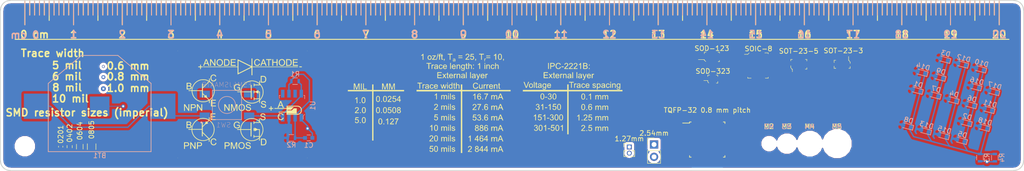
<source format=kicad_pcb>
(kicad_pcb (version 20171130) (host pcbnew "(5.0.0)")
  (layers (0 F.Cu signal) (31 B.Cu signal) (34 B.Paste user) (35 F.Paste user) (36 B.SilkS user) (37 F.SilkS user) (38 B.Mask user) (39 F.Mask user) (44 Edge.Cuts user))
  (net 0 "")
  (net 1 GND)
  (net 2 "Net-(BT1-Pad1)")
  (net 3 "Net-(C1-Pad1)")
  (net 4 "Net-(D1-Pad1)")
  (net 5 "Net-(D1-Pad2)")
  (net 6 "Net-(R1-Pad1)")
  (net 7 "Net-(U1-Pad5)")
  (net 8 "Net-(U1-Pad7)")
  (module footprints:silk_draws_tables (layer F.Cu) (at 149.5806 81.5086)
    (fp_text reference G*** hide)
    (fp_text value LOGO hide)
  )
  (module footprints:silk_draws (layer F.Cu) (at 99.695 80.391)
    (fp_text reference G*** hide)
    (fp_text value LOGO hide)
  )
  (module Mounting_Holes:MountingHole_3.2mm_M3 (layer B.Cu) (at 55 89)
    (fp_text reference M3 hide)
    (fp_text value MountingHole_3.2mm_M3)
    (pad 1 np_thru_hole circle (at 0 0) (size 3.2 3.2) (drill 3.2) (layers *.Cu *.Mask))
  )
  (module Mounting_Holes:MountingHole_5mm (layer B.Cu) (at 221.7166 88.4682)
    (fp_text reference M5 (at -0.0508 -3.4996) (layer B.SilkS) (effects (justify mirror)))
    (fp_text value MountingHole_5mm)
    (pad 1 np_thru_hole circle (at 0 0) (size 5 5) (drill 5) (layers *.Cu *.Mask))
  )
  (module Mounting_Holes:MountingHole_4.3mm_M4 (layer B.Cu) (at 216.1286 88.4682)
    (fp_text reference M4 (at -0.0508 -3.4996) (layer B.SilkS) (effects (justify mirror)))
    (fp_text value MountingHole_4.3mm_M4)
    (pad 1 np_thru_hole circle (at 0 0) (size 4.3 4.3) (drill 4.3) (layers *.Cu *.Mask))
  )
  (module Mounting_Holes:MountingHole_3.2mm_M3 (layer B.Cu) (at 211.4296 88.4682)
    (fp_text reference M3 (at -0.0508 -3.4996) (layer B.SilkS) (effects (justify mirror)))
    (fp_text value MountingHole_3.2mm_M3)
    (pad 1 np_thru_hole circle (at 0 0) (size 3.2 3.2) (drill 3.2) (layers *.Cu *.Mask))
  )
  (module Mounting_Holes:MountingHole_2.2mm_M2 (layer B.Cu) (at 207.772 88.4682)
    (fp_text reference M2 (at -0.0508 -3.4996) (layer B.SilkS) (effects (justify mirror)))
    (fp_text value MountingHole_2.2mm_M2)
    (pad 1 np_thru_hole circle (at 0 0) (size 2.2 2.2) (drill 2.2) (layers *.Cu *.Mask))
  )
  (module footprints:BC-2001 (layer B.Cu) (at 70.358 80.772)
    (fp_text reference BT1 (at 0 10.16) (layer B.SilkS) (effects (justify mirror)))
    (fp_text value BC-2001)
    (pad 2 smd rect (at 0 0) (size 4 4) (layers B.Cu B.Paste B.Mask) (net 1 GND))
    (pad 1 smd rect (at -12.95 0) (size 5.2 5.2) (layers B.Cu B.Paste B.Mask) (net 2 "Net-(BT1-Pad1)"))
    (pad 1 smd rect (at 12.95 0) (size 5.2 5.2) (layers B.Cu B.Paste B.Mask) (net 2 "Net-(BT1-Pad1)"))
  )
  (module Capacitors_SMD:C_0603 (layer B.Cu) (at 113.259019 87.289292)
    (fp_text reference C1 (at 0 1.5) (layer B.SilkS) (effects (justify mirror)))
    (fp_text value 300n)
    (pad 1 smd rect (at -0.75 0) (size 0.8 0.75) (layers B.Cu B.Paste B.Mask) (net 3 "Net-(C1-Pad1)"))
    (pad 2 smd rect (at 0.75 0) (size 0.8 0.75) (layers B.Cu B.Paste B.Mask) (net 1 GND))
  )
  (module LEDs:LED_0603 (layer B.Cu) (at 238.04172 77.519588 165)
    (fp_text reference D1 (at 0 1.25 165) (layer B.SilkS) (effects (justify mirror)))
    (fp_text value LED)
    (pad 1 smd rect (at -0.8 0 345) (size 0.8 0.8) (layers B.Cu B.Paste B.Mask) (net 4 "Net-(D1-Pad1)"))
    (pad 2 smd rect (at 0.8 0 345) (size 0.8 0.8) (layers B.Cu B.Paste B.Mask) (net 5 "Net-(D1-Pad2)"))
  )
  (module LEDs:LED_0603 (layer B.Cu) (at 248.096153 84.158067 165)
    (fp_text reference D2 (at 0 1.25 165) (layer B.SilkS) (effects (justify mirror)))
    (fp_text value LED)
    (pad 2 smd rect (at 0.8 0 345) (size 0.8 0.8) (layers B.Cu B.Paste B.Mask) (net 5 "Net-(D1-Pad2)"))
    (pad 1 smd rect (at -0.8 0 345) (size 0.8 0.8) (layers B.Cu B.Paste B.Mask) (net 4 "Net-(D1-Pad1)"))
  )
  (module LEDs:LED_0603 (layer B.Cu) (at 243.694098 71.145335 165)
    (fp_text reference D3 (at 0 1.25 165) (layer B.SilkS) (effects (justify mirror)))
    (fp_text value LED)
    (pad 1 smd rect (at -0.8 0 345) (size 0.8 0.8) (layers B.Cu B.Paste B.Mask) (net 4 "Net-(D1-Pad1)"))
    (pad 2 smd rect (at 0.8 0 345) (size 0.8 0.8) (layers B.Cu B.Paste B.Mask) (net 5 "Net-(D1-Pad2)"))
  )
  (module LEDs:LED_0603 (layer B.Cu) (at 245.402075 79.491789 165)
    (fp_text reference D4 (at 0 1.25 165) (layer B.SilkS) (effects (justify mirror)))
    (fp_text value LED)
    (pad 2 smd rect (at 0.8 0 345) (size 0.8 0.8) (layers B.Cu B.Paste B.Mask) (net 5 "Net-(D1-Pad2)"))
    (pad 1 smd rect (at -0.8 0 345) (size 0.8 0.8) (layers B.Cu B.Paste B.Mask) (net 4 "Net-(D1-Pad1)"))
  )
  (module LEDs:LED_0603 (layer B.Cu) (at 247.110052 87.838244 165)
    (fp_text reference D5 (at 0 1.25 165) (layer B.SilkS) (effects (justify mirror)))
    (fp_text value LED)
    (pad 1 smd rect (at -0.8 0 345) (size 0.8 0.8) (layers B.Cu B.Paste B.Mask) (net 4 "Net-(D1-Pad1)"))
    (pad 2 smd rect (at 0.8 0 345) (size 0.8 0.8) (layers B.Cu B.Paste B.Mask) (net 5 "Net-(D1-Pad2)"))
  )
  (module LEDs:LED_0603 (layer B.Cu) (at 249.082252 80.47789 165)
    (fp_text reference D6 (at 0 1.25 165) (layer B.SilkS) (effects (justify mirror)))
    (fp_text value LED)
    (pad 2 smd rect (at 0.8 0 345) (size 0.8 0.8) (layers B.Cu B.Paste B.Mask) (net 5 "Net-(D1-Pad2)"))
    (pad 1 smd rect (at -0.8 0 345) (size 0.8 0.8) (layers B.Cu B.Paste B.Mask) (net 4 "Net-(D1-Pad1)"))
  )
  (module LEDs:LED_0603 (layer B.Cu) (at 241.721897 78.50569 165)
    (fp_text reference D7 (at 0 1.25 165) (layer B.SilkS) (effects (justify mirror)))
    (fp_text value LED)
    (pad 1 smd rect (at -0.8 0 345) (size 0.8 0.8) (layers B.Cu B.Paste B.Mask) (net 4 "Net-(D1-Pad1)"))
    (pad 2 smd rect (at 0.8 0 345) (size 0.8 0.8) (layers B.Cu B.Paste B.Mask) (net 5 "Net-(D1-Pad2)"))
  )
  (module LEDs:LED_0603 (layer B.Cu) (at 236.069518 84.879944 165)
    (fp_text reference D8 (at 0 1.25 165) (layer B.SilkS) (effects (justify mirror)))
    (fp_text value LED)
    (pad 2 smd rect (at 0.8 0 345) (size 0.8 0.8) (layers B.Cu B.Paste B.Mask) (net 5 "Net-(D1-Pad2)"))
    (pad 1 smd rect (at -0.8 0 345) (size 0.8 0.8) (layers B.Cu B.Paste B.Mask) (net 4 "Net-(D1-Pad1)"))
  )
  (module LEDs:LED_0603 (layer B.Cu) (at 242.707998 74.825511 165)
    (fp_text reference D9 (at 0 1.25 165) (layer B.SilkS) (effects (justify mirror)))
    (fp_text value LED)
    (pad 1 smd rect (at -0.8 0 345) (size 0.8 0.8) (layers B.Cu B.Paste B.Mask) (net 4 "Net-(D1-Pad1)"))
    (pad 2 smd rect (at 0.8 0 345) (size 0.8 0.8) (layers B.Cu B.Paste B.Mask) (net 5 "Net-(D1-Pad2)"))
  )
  (module LEDs:LED_0603 (layer B.Cu) (at 251.054454 73.117537 165)
    (fp_text reference D10 (at 0 1.25 165) (layer B.SilkS) (effects (justify mirror)))
    (fp_text value LED)
    (pad 1 smd rect (at -0.8 0 345) (size 0.8 0.8) (layers B.Cu B.Paste B.Mask) (net 4 "Net-(D1-Pad1)"))
    (pad 2 smd rect (at 0.8 0 345) (size 0.8 0.8) (layers B.Cu B.Paste B.Mask) (net 5 "Net-(D1-Pad2)"))
  )
  (module LEDs:LED_0603 (layer B.Cu) (at 252.76243 81.46399 165)
    (fp_text reference D11 (at 0 1.25 165) (layer B.SilkS) (effects (justify mirror)))
    (fp_text value LED)
    (pad 2 smd rect (at 0.8 0 345) (size 0.8 0.8) (layers B.Cu B.Paste B.Mask) (net 5 "Net-(D1-Pad2)"))
    (pad 1 smd rect (at -0.8 0 345) (size 0.8 0.8) (layers B.Cu B.Paste B.Mask) (net 4 "Net-(D1-Pad1)"))
  )
  (module LEDs:LED_0603 (layer B.Cu) (at 247.374277 72.131434 165)
    (fp_text reference D12 (at 0 1.25 165) (layer B.SilkS) (effects (justify mirror)))
    (fp_text value LED)
    (pad 1 smd rect (at -0.8 0 345) (size 0.8 0.8) (layers B.Cu B.Paste B.Mask) (net 4 "Net-(D1-Pad1)"))
    (pad 2 smd rect (at 0.8 0 345) (size 0.8 0.8) (layers B.Cu B.Paste B.Mask) (net 5 "Net-(D1-Pad2)"))
  )
  (module LEDs:LED_0603 (layer B.Cu) (at 239.749696 85.866043 165)
    (fp_text reference D13 (at 0 1.25 165) (layer B.SilkS) (effects (justify mirror)))
    (fp_text value LED)
    (pad 2 smd rect (at 0.8 0 345) (size 0.8 0.8) (layers B.Cu B.Paste B.Mask) (net 5 "Net-(D1-Pad2)"))
    (pad 1 smd rect (at -0.8 0 345) (size 0.8 0.8) (layers B.Cu B.Paste B.Mask) (net 4 "Net-(D1-Pad1)"))
  )
  (module LEDs:LED_0603 (layer B.Cu) (at 239.027821 73.839412 165)
    (fp_text reference D14 (at 0 1.25 165) (layer B.SilkS) (effects (justify mirror)))
    (fp_text value LED)
    (pad 1 smd rect (at -0.8 0 345) (size 0.8 0.8) (layers B.Cu B.Paste B.Mask) (net 4 "Net-(D1-Pad1)"))
    (pad 2 smd rect (at 0.8 0 345) (size 0.8 0.8) (layers B.Cu B.Paste B.Mask) (net 5 "Net-(D1-Pad2)"))
  )
  (module LEDs:LED_0603 (layer B.Cu) (at 243.429874 86.852144 165)
    (fp_text reference D15 (at 0 1.25 165) (layer B.SilkS) (effects (justify mirror)))
    (fp_text value LED)
    (pad 2 smd rect (at 0.8 0 345) (size 0.8 0.8) (layers B.Cu B.Paste B.Mask) (net 5 "Net-(D1-Pad2)"))
    (pad 1 smd rect (at -0.8 0 345) (size 0.8 0.8) (layers B.Cu B.Paste B.Mask) (net 4 "Net-(D1-Pad1)"))
  )
  (module LEDs:LED_0603 (layer B.Cu) (at 250.068353 76.797712 165)
    (fp_text reference D16 (at 0 1.25 165) (layer B.SilkS) (effects (justify mirror)))
    (fp_text value LED)
    (pad 1 smd rect (at -0.8 0 345) (size 0.8 0.8) (layers B.Cu B.Paste B.Mask) (net 4 "Net-(D1-Pad1)"))
    (pad 2 smd rect (at 0.8 0 345) (size 0.8 0.8) (layers B.Cu B.Paste B.Mask) (net 5 "Net-(D1-Pad2)"))
  )
  (module LEDs:LED_0603 (layer B.Cu) (at 253.74853 77.783813 165)
    (fp_text reference D17 (at 0 1.25 165) (layer B.SilkS) (effects (justify mirror)))
    (fp_text value LED)
    (pad 2 smd rect (at 0.8 0 345) (size 0.8 0.8) (layers B.Cu B.Paste B.Mask) (net 5 "Net-(D1-Pad2)"))
    (pad 1 smd rect (at -0.8 0 345) (size 0.8 0.8) (layers B.Cu B.Paste B.Mask) (net 4 "Net-(D1-Pad1)"))
  )
  (module LEDs:LED_0603 (layer B.Cu) (at 251.776328 85.144168 165)
    (fp_text reference D18 (at 0 1.25 165) (layer B.SilkS) (effects (justify mirror)))
    (fp_text value LED)
    (pad 2 smd rect (at 0.8 0 345) (size 0.8 0.8) (layers B.Cu B.Paste B.Mask) (net 5 "Net-(D1-Pad2)"))
    (pad 1 smd rect (at -0.8 0 345) (size 0.8 0.8) (layers B.Cu B.Paste B.Mask) (net 4 "Net-(D1-Pad1)"))
  )
  (module Resistors_SMD:R_0603 (layer B.Cu) (at 110.465019 75.605292 180)
    (fp_text reference R1 (at 0 1.45 180) (layer B.SilkS) (effects (justify mirror)))
    (fp_text value 1M)
    (pad 1 smd rect (at -0.75 0 180) (size 0.5 0.9) (layers B.Cu B.Paste B.Mask) (net 6 "Net-(R1-Pad1)"))
    (pad 2 smd rect (at 0.75 0 180) (size 0.5 0.9) (layers B.Cu B.Paste B.Mask) (net 3 "Net-(C1-Pad1)"))
  )
  (module Resistors_SMD:R_0603 (layer B.Cu) (at 109.703019 87.289292)
    (fp_text reference R2 (at 0 1.45) (layer B.SilkS) (effects (justify mirror)))
    (fp_text value 20k)
    (pad 1 smd rect (at -0.75 0) (size 0.5 0.9) (layers B.Cu B.Paste B.Mask) (net 5 "Net-(D1-Pad2)"))
    (pad 2 smd rect (at 0.75 0) (size 0.5 0.9) (layers B.Cu B.Paste B.Mask) (net 3 "Net-(C1-Pad1)"))
  )
  (module Resistors_SMD:R_0603 (layer B.Cu) (at 251.054659 91.348828 90)
    (fp_text reference R3 (at 0 1.45 90) (layer B.SilkS) (effects (justify mirror)))
    (fp_text value 10R)
    (pad 1 smd rect (at -0.75 0 90) (size 0.5 0.9) (layers B.Cu B.Paste B.Mask) (net 1 GND))
    (pad 2 smd rect (at 0.75 0 90) (size 0.5 0.9) (layers B.Cu B.Paste B.Mask) (net 4 "Net-(D1-Pad1)"))
  )
  (module Resistors_SMD:R_0603 (layer B.Cu) (at 254.102659 91.360828 90)
    (fp_text reference R4 (at 0 1.45 90) (layer B.SilkS) (effects (justify mirror)))
    (fp_text value 10R)
    (pad 1 smd rect (at -0.75 0 90) (size 0.5 0.9) (layers B.Cu B.Paste B.Mask) (net 1 GND))
    (pad 2 smd rect (at 0.75 0 90) (size 0.5 0.9) (layers B.Cu B.Paste B.Mask) (net 4 "Net-(D1-Pad1)"))
  )
  (module FSM4JSMAATR:SW_FSM4JSMAATR (layer B.Cu) (at 96.485508 80.5095)
    (fp_text reference SW1 (at -0.712427 4.10896) (layer B.SilkS) (effects (font (size 1.00341 1.00341) (thickness 0.05)) (justify mirror)))
    (fp_text value FSM4JSMAATR (at -0.055111 -4.15318) (layer B.SilkS) (effects (font (size 1.00197 1.00197) (thickness 0.05)) (justify mirror)))
    (pad 3 smd rect (at -4.55 -2.25 270) (size 1.4 2.1) (layers B.Cu B.Paste B.Mask))
    (pad 1 smd rect (at -4.55 2.25 270) (size 1.4 2.1) (layers B.Cu B.Paste B.Mask) (net 2 "Net-(BT1-Pad1)"))
    (pad 4 smd rect (at 4.55 -2.25 270) (size 1.4 2.1) (layers B.Cu B.Paste B.Mask))
    (pad 2 smd rect (at 4.55 2.25 270) (size 1.4 2.1) (layers B.Cu B.Paste B.Mask) (net 6 "Net-(R1-Pad1)"))
  )
  (module digikey-footprints:8-SOIC (layer B.Cu) (at 109.838018 80.647 90)
    (fp_text reference U1 (at 0 4.25 90) (layer B.SilkS) (effects (justify mirror)))
    (fp_text value LM555)
    (pad 3 smd rect (at -2.465 -0.635 90) (size 1.6 0.7) (layers B.Cu B.Paste B.Mask) (net 5 "Net-(D1-Pad2)"))
    (pad 2 smd rect (at -2.465 0.635 90) (size 1.6 0.7) (layers B.Cu B.Paste B.Mask) (net 3 "Net-(C1-Pad1)"))
    (pad 4 smd rect (at -2.465 -1.905 90) (size 1.6 0.7) (layers B.Cu B.Paste B.Mask) (net 6 "Net-(R1-Pad1)"))
    (pad 1 smd rect (at -2.465 1.905 90) (size 1.6 0.7) (layers B.Cu B.Paste B.Mask) (net 1 GND))
    (pad 5 smd rect (at 2.465 -1.905 90) (size 1.6 0.7) (layers B.Cu B.Paste B.Mask) (net 7 "Net-(U1-Pad5)"))
    (pad 6 smd rect (at 2.465 -0.635 90) (size 1.6 0.7) (layers B.Cu B.Paste B.Mask) (net 3 "Net-(C1-Pad1)"))
    (pad 7 smd rect (at 2.465 0.635 90) (size 1.6 0.7) (layers B.Cu B.Paste B.Mask) (net 8 "Net-(U1-Pad7)"))
    (pad 8 smd rect (at 2.465 1.905 90) (size 1.6 0.7) (layers B.Cu B.Paste B.Mask) (net 6 "Net-(R1-Pad1)"))
  )
  (module Mounting_Holes:MountingHole_2.2mm_M2 (layer F.Cu) (at 207.772 88.4682)
    (fp_text reference M2 (at -0.0508 -3.5362) (layer F.SilkS))
    (fp_text value MountingHole_2.2mm_M2)
    (pad 1 np_thru_hole circle (at 0 0) (size 2.2 2.2) (drill 2.2) (layers *.Cu *.Mask))
  )
  (module Mounting_Holes:MountingHole_3.2mm_M3 (layer F.Cu) (at 211.4296 88.4682)
    (fp_text reference M3 (at -0.0508 -3.5362) (layer F.SilkS))
    (fp_text value MountingHole_3.2mm_M3)
    (pad 1 np_thru_hole circle (at 0 0) (size 3.2 3.2) (drill 3.2) (layers *.Cu *.Mask))
  )
  (module Mounting_Holes:MountingHole_4.3mm_M4 (layer F.Cu) (at 216.1286 88.4682)
    (fp_text reference M4 (at -0.0508 -3.5362) (layer F.SilkS))
    (fp_text value MountingHole_4.3mm_M4)
    (pad 1 np_thru_hole circle (at 0 0) (size 4.3 4.3) (drill 4.3) (layers *.Cu *.Mask))
  )
  (module Mounting_Holes:MountingHole_5mm (layer F.Cu) (at 221.7166 88.4682)
    (fp_text reference M5 (at -0.0508 -3.5362) (layer F.SilkS))
    (fp_text value MountingHole_5mm)
    (pad 1 np_thru_hole circle (at 0 0) (size 5 5) (drill 5) (layers *.Cu *.Mask))
  )
  (module Resistors_SMD:R_0201 (layer F.Cu) (at 62.357 89.0905 90)
    (fp_text reference 0201 (at 2.54 0 90) (layer F.SilkS))
    (fp_text value R_0201)
    (pad 1 smd rect (at -0.26 0 90) (size 0.28 0.43) (layers F.Cu F.Paste F.Mask))
    (pad 2 smd rect (at 0.26 0 90) (size 0.28 0.43) (layers F.Cu F.Paste F.Mask))
  )
  (module Resistors_SMD:R_0402 (layer F.Cu) (at 64.197 89.0905 90)
    (fp_text reference 0402 (at 2.7813 0.0015 90) (layer F.SilkS))
    (fp_text value R_0402)
    (pad 1 smd rect (at -0.45 0 90) (size 0.4 0.6) (layers F.Cu F.Paste F.Mask))
    (pad 2 smd rect (at 0.45 0 90) (size 0.4 0.6) (layers F.Cu F.Paste F.Mask))
  )
  (module Resistors_SMD:R_0603 (layer F.Cu) (at 66.277 89.0905 90)
    (fp_text reference 0604 (at 3.2512 0.0043 90) (layer F.SilkS))
    (fp_text value R_0603)
    (pad 1 smd rect (at -0.75 0 90) (size 0.5 0.9) (layers F.Cu F.Paste F.Mask))
    (pad 2 smd rect (at 0.75 0 90) (size 0.5 0.9) (layers F.Cu F.Paste F.Mask))
  )
  (module Resistors_SMD:R_0805 (layer F.Cu) (at 68.707 89.0905 90)
    (fp_text reference 0805 (at 3.4798 -0.0127 90) (layer F.SilkS))
    (fp_text value R_0805)
    (pad 1 smd rect (at -0.95 0 90) (size 0.7 1.3) (layers F.Cu F.Paste F.Mask))
    (pad 2 smd rect (at 0.95 0 90) (size 0.7 1.3) (layers F.Cu F.Paste F.Mask))
  )
  (module digikey-footprints:8-SOIC (layer F.Cu) (at 205.486 72.39)
    (fp_text reference SOIC-8 (at 0.1016 -3.4544) (layer F.SilkS))
    (fp_text value 8-SOIC)
    (pad 8 smd rect (at 2.465 -1.905) (size 1.6 0.7) (layers F.Cu F.Paste F.Mask))
    (pad 7 smd rect (at 2.465 -0.635) (size 1.6 0.7) (layers F.Cu F.Paste F.Mask))
    (pad 6 smd rect (at 2.465 0.635) (size 1.6 0.7) (layers F.Cu F.Paste F.Mask))
    (pad 5 smd rect (at 2.465 1.905) (size 1.6 0.7) (layers F.Cu F.Paste F.Mask))
    (pad 1 smd rect (at -2.465 -1.905) (size 1.6 0.7) (layers F.Cu F.Paste F.Mask))
    (pad 4 smd rect (at -2.465 1.905) (size 1.6 0.7) (layers F.Cu F.Paste F.Mask))
    (pad 2 smd rect (at -2.465 -0.635) (size 1.6 0.7) (layers F.Cu F.Paste F.Mask))
    (pad 3 smd rect (at -2.465 0.635) (size 1.6 0.7) (layers F.Cu F.Paste F.Mask))
  )
  (module digikey-footprints:SOD-123 (layer F.Cu) (at 196.023 70.612)
    (fp_text reference SOD-123 (at 0 -1.7526) (layer F.SilkS))
    (fp_text value SOD-123)
    (pad 2 smd rect (at 2.475 0) (size 0.9 0.95) (layers F.Cu F.Paste F.Mask))
    (pad 1 smd rect (at -2.475 0) (size 0.9 0.95) (layers F.Cu F.Paste F.Mask))
  )
  (module digikey-footprints:SOD-323 (layer F.Cu) (at 196.209 75.184)
    (fp_text reference SOD-323 (at 0.025 -1.6256) (layer F.SilkS))
    (fp_text value SOD-323)
    (pad 2 smd rect (at 1.645 0) (size 0.59 0.45) (layers F.Cu F.Paste F.Mask))
    (pad 1 smd rect (at -1.645 0) (size 0.59 0.45) (layers F.Cu F.Paste F.Mask))
  )
  (module digikey-footprints:SOT-23-3 (layer F.Cu) (at 222.758 72.136 270)
    (fp_text reference SOT-23-3 (at -2.794 -0.254) (layer F.SilkS))
    (fp_text value SOT-23-3)
    (pad 1 smd rect (at -1.05 -0.95 270) (size 1.3 0.6) (layers F.Cu F.Paste F.Mask))
    (pad 2 smd rect (at -1.05 0.95 270) (size 1.3 0.6) (layers F.Cu F.Paste F.Mask))
    (pad 3 smd rect (at 1.05 0 270) (size 1.3 0.6) (layers F.Cu F.Paste F.Mask))
  )
  (module digikey-footprints:SOT-23-5 (layer F.Cu) (at 213.868 72.136)
    (fp_text reference SOT-23-5 (at -0.0254 -2.7178) (layer F.SilkS))
    (fp_text value SOT-23-5)
    (pad 1 smd rect (at -0.95 1.35) (size 0.6 1.05) (layers F.Cu F.Paste F.Mask))
    (pad 2 smd rect (at 0 1.35) (size 0.6 1.05) (layers F.Cu F.Paste F.Mask))
    (pad 3 smd rect (at 0.95 1.35) (size 0.6 1.05) (layers F.Cu F.Paste F.Mask))
    (pad 4 smd rect (at 0.95 -1.35) (size 0.6 1.05) (layers F.Cu F.Paste F.Mask))
    (pad 5 smd rect (at -0.95 -1.35) (size 0.6 1.05) (layers F.Cu F.Paste F.Mask))
  )
  (module Housings_QFP:TQFP-32_7x7mm_Pitch0.8mm (layer F.Cu) (at 195.072 87.63)
    (fp_text reference "TQFP-32 0.8 mm pitch" (at 0 -6.05) (layer F.SilkS))
    (fp_text value TQFP-32_7x7mm_Pitch0.8mm)
    (pad 1 smd rect (at -4.25 -2.8) (size 1.6 0.55) (layers F.Cu F.Paste F.Mask))
    (pad 2 smd rect (at -4.25 -2) (size 1.6 0.55) (layers F.Cu F.Paste F.Mask))
    (pad 3 smd rect (at -4.25 -1.2) (size 1.6 0.55) (layers F.Cu F.Paste F.Mask))
    (pad 4 smd rect (at -4.25 -0.4) (size 1.6 0.55) (layers F.Cu F.Paste F.Mask))
    (pad 5 smd rect (at -4.25 0.4) (size 1.6 0.55) (layers F.Cu F.Paste F.Mask))
    (pad 6 smd rect (at -4.25 1.2) (size 1.6 0.55) (layers F.Cu F.Paste F.Mask))
    (pad 7 smd rect (at -4.25 2) (size 1.6 0.55) (layers F.Cu F.Paste F.Mask))
    (pad 8 smd rect (at -4.25 2.8) (size 1.6 0.55) (layers F.Cu F.Paste F.Mask))
    (pad 9 smd rect (at -2.8 4.25 90) (size 1.6 0.55) (layers F.Cu F.Paste F.Mask))
    (pad 10 smd rect (at -2 4.25 90) (size 1.6 0.55) (layers F.Cu F.Paste F.Mask))
    (pad 11 smd rect (at -1.2 4.25 90) (size 1.6 0.55) (layers F.Cu F.Paste F.Mask))
    (pad 12 smd rect (at -0.4 4.25 90) (size 1.6 0.55) (layers F.Cu F.Paste F.Mask))
    (pad 13 smd rect (at 0.4 4.25 90) (size 1.6 0.55) (layers F.Cu F.Paste F.Mask))
    (pad 14 smd rect (at 1.2 4.25 90) (size 1.6 0.55) (layers F.Cu F.Paste F.Mask))
    (pad 15 smd rect (at 2 4.25 90) (size 1.6 0.55) (layers F.Cu F.Paste F.Mask))
    (pad 16 smd rect (at 2.8 4.25 90) (size 1.6 0.55) (layers F.Cu F.Paste F.Mask))
    (pad 17 smd rect (at 4.25 2.8) (size 1.6 0.55) (layers F.Cu F.Paste F.Mask))
    (pad 18 smd rect (at 4.25 2) (size 1.6 0.55) (layers F.Cu F.Paste F.Mask))
    (pad 19 smd rect (at 4.25 1.2) (size 1.6 0.55) (layers F.Cu F.Paste F.Mask))
    (pad 20 smd rect (at 4.25 0.4) (size 1.6 0.55) (layers F.Cu F.Paste F.Mask))
    (pad 21 smd rect (at 4.25 -0.4) (size 1.6 0.55) (layers F.Cu F.Paste F.Mask))
    (pad 22 smd rect (at 4.25 -1.2) (size 1.6 0.55) (layers F.Cu F.Paste F.Mask))
    (pad 23 smd rect (at 4.25 -2) (size 1.6 0.55) (layers F.Cu F.Paste F.Mask))
    (pad 24 smd rect (at 4.25 -2.8) (size 1.6 0.55) (layers F.Cu F.Paste F.Mask))
    (pad 25 smd rect (at 2.8 -4.25 90) (size 1.6 0.55) (layers F.Cu F.Paste F.Mask))
    (pad 26 smd rect (at 2 -4.25 90) (size 1.6 0.55) (layers F.Cu F.Paste F.Mask))
    (pad 27 smd rect (at 1.2 -4.25 90) (size 1.6 0.55) (layers F.Cu F.Paste F.Mask))
    (pad 28 smd rect (at 0.4 -4.25 90) (size 1.6 0.55) (layers F.Cu F.Paste F.Mask))
    (pad 29 smd rect (at -0.4 -4.25 90) (size 1.6 0.55) (layers F.Cu F.Paste F.Mask))
    (pad 30 smd rect (at -1.2 -4.25 90) (size 1.6 0.55) (layers F.Cu F.Paste F.Mask))
    (pad 31 smd rect (at -2 -4.25 90) (size 1.6 0.55) (layers F.Cu F.Paste F.Mask))
    (pad 32 smd rect (at -2.8 -4.25 90) (size 1.6 0.55) (layers F.Cu F.Paste F.Mask))
  )
  (module Pin_Headers:Pin_Header_Straight_1x02_Pitch1.27mm (layer F.Cu) (at 179.07 89.154)
    (fp_text reference 1.27mm (at 0 -1.695) (layer F.SilkS))
    (fp_text value Pin_Header_Straight_1x02_Pitch1.27mm)
    (pad 1 thru_hole rect (at 0 0) (size 1 1) (drill 0.65) (layers *.Cu *.Mask))
    (pad 2 thru_hole oval (at 0 1.27) (size 1 1) (drill 0.65) (layers *.Cu *.Mask))
  )
  (module Pin_Headers:Pin_Header_Straight_1x02_Pitch2.54mm (layer F.Cu) (at 184.15 88.646)
    (fp_text reference 2.54mm (at 0 -2.33) (layer F.SilkS))
    (fp_text value Pin_Header_Straight_1x02_Pitch2.54mm)
    (pad 1 thru_hole rect (at 0 0) (size 1.7 1.7) (drill 1) (layers *.Cu *.Mask))
    (pad 2 thru_hole oval (at 0 2.54) (size 1.7 1.7) (drill 1) (layers *.Cu *.Mask))
  )
  (gr_text "1.0 mm" (at 76.2 77.0452) (layer F.SilkS) (effects (font (size 1.5 1.5) (thickness 0.3))))
  (gr_text "0.8 mm" (at 76.2 74.6592) (layer F.SilkS) (effects (font (size 1.5 1.5) (thickness 0.3))))
  (gr_text "0.6 mm" (at 76.2 72.4732) (layer F.SilkS) (effects (font (size 1.5 1.5) (thickness 0.3))))
  (gr_line (start 53 67) (end 257 67) (layer F.SilkS) (width 0.2))
  (gr_text "Trace width" (at 60.706 69.85) (layer F.SilkS) (effects (font (size 1.5 1.5) (thickness 0.3))))
  (gr_text "SMD resistor sizes (imperial)" (at 67.7545 82.0801) (layer F.SilkS) (effects (font (size 1.5 1.5) (thickness 0.3))))
  (gr_line (start 250 59) (end 250 63.1) (layer F.SilkS) (width 0.2))
  (gr_line (start 240 59) (end 240 63.1) (layer F.SilkS) (width 0.2))
  (gr_line (start 230 59) (end 230 63.1) (layer F.SilkS) (width 0.2))
  (gr_line (start 220 59) (end 220 63.1) (layer F.SilkS) (width 0.2))
  (gr_line (start 210 59) (end 210 63.1) (layer F.SilkS) (width 0.2))
  (gr_line (start 200 59) (end 200 63.1) (layer F.SilkS) (width 0.2))
  (gr_line (start 190 59) (end 190 63.1) (layer F.SilkS) (width 0.2))
  (gr_line (start 180 59) (end 180 63.1) (layer F.SilkS) (width 0.2))
  (gr_line (start 170 59) (end 170 63.1) (layer F.SilkS) (width 0.2))
  (gr_line (start 160 59) (end 160 63.1) (layer F.SilkS) (width 0.2))
  (gr_line (start 150 59) (end 150 63.1) (layer F.SilkS) (width 0.2))
  (gr_line (start 140 59) (end 140 63.1) (layer F.SilkS) (width 0.2))
  (gr_line (start 129 59) (end 129 63.1) (layer F.SilkS) (width 0.2))
  (gr_line (start 120 59) (end 120 63.1) (layer F.SilkS) (width 0.2))
  (gr_line (start 110 59) (end 110 63.1) (layer F.SilkS) (width 0.2))
  (gr_line (start 100 59) (end 100 63.1) (layer F.SilkS) (width 0.2))
  (gr_line (start 90 59) (end 90 63.1) (layer F.SilkS) (width 0.2))
  (gr_line (start 80 59) (end 80 63.1) (layer F.SilkS) (width 0.2))
  (gr_line (start 70 59) (end 70 63.1) (layer F.SilkS) (width 0.2))
  (gr_text "10 mil" (at 64.352 79.216) (layer F.SilkS) (effects (font (size 1.5 1.5) (thickness 0.3))))
  (gr_text "5 mil" (at 63.637714 72.358) (layer F.SilkS) (effects (font (size 1.5 1.5) (thickness 0.3))))
  (gr_text "8 mil" (at 60.452 76.93) (layer F.SilkS) (effects (font (size 1.5 1.5) (thickness 0.3)) (justify left)))
  (gr_text "6 mil" (at 63.637714 74.644) (layer F.SilkS) (effects (font (size 1.5 1.5) (thickness 0.3))))
  (gr_line (start 253 59) (end 253 62) (layer B.SilkS) (width 0.2))
  (gr_line (start 248 59) (end 248 62) (layer B.SilkS) (width 0.2))
  (gr_line (start 185 59) (end 185 64) (layer B.SilkS) (width 0.2))
  (gr_line (start 85 59) (end 85 64) (layer B.SilkS) (width 0.2))
  (gr_line (start 254 59) (end 254 62) (layer B.SilkS) (width 0.2))
  (gr_line (start 252 59) (end 252 62) (layer B.SilkS) (width 0.2))
  (gr_line (start 165 59) (end 165 64) (layer B.SilkS) (width 0.2))
  (gr_line (start 251 59) (end 251 62) (layer B.SilkS) (width 0.2))
  (gr_line (start 105 59) (end 105 64) (layer B.SilkS) (width 0.2))
  (gr_line (start 145 59) (end 145 64) (layer B.SilkS) (width 0.2))
  (gr_line (start 75 59) (end 75 64) (layer B.SilkS) (width 0.2))
  (gr_line (start 65 59) (end 65 64) (layer B.SilkS) (width 0.2))
  (gr_line (start 135 59) (end 135 64) (layer B.SilkS) (width 0.2))
  (gr_line (start 247 59) (end 247 62) (layer B.SilkS) (width 0.2))
  (gr_line (start 95 59) (end 95 64) (layer B.SilkS) (width 0.2))
  (gr_line (start 195 59) (end 195 64) (layer B.SilkS) (width 0.2))
  (gr_line (start 175 59) (end 175 64) (layer B.SilkS) (width 0.2))
  (gr_line (start 155 59) (end 155 64) (layer B.SilkS) (width 0.2))
  (gr_line (start 249 59) (end 249 62) (layer B.SilkS) (width 0.2))
  (gr_line (start 250 59) (end 250 62) (layer B.SilkS) (width 0.2))
  (gr_line (start 125 59) (end 125 64) (layer B.SilkS) (width 0.2))
  (gr_line (start 115 59) (end 115 64) (layer B.SilkS) (width 0.2))
  (gr_line (start 55 59) (end 55 64) (layer B.SilkS) (width 0.2))
  (gr_line (start 234 59) (end 234 62) (layer B.SilkS) (width 0.2))
  (gr_line (start 243 59) (end 243 62) (layer B.SilkS) (width 0.2))
  (gr_line (start 226 59) (end 226 62) (layer B.SilkS) (width 0.2))
  (gr_line (start 236 59) (end 236 62) (layer B.SilkS) (width 0.2))
  (gr_line (start 232 59) (end 232 62) (layer B.SilkS) (width 0.2))
  (gr_line (start 223 59) (end 223 62) (layer B.SilkS) (width 0.2))
  (gr_line (start 230 59) (end 230 62) (layer B.SilkS) (width 0.2))
  (gr_line (start 233 59) (end 233 62) (layer B.SilkS) (width 0.2))
  (gr_line (start 246 59) (end 246 62) (layer B.SilkS) (width 0.2))
  (gr_line (start 244 59) (end 244 62) (layer B.SilkS) (width 0.2))
  (gr_line (start 240 59) (end 240 62) (layer B.SilkS) (width 0.2))
  (gr_line (start 221 59) (end 221 62) (layer B.SilkS) (width 0.2))
  (gr_line (start 227 59) (end 227 62) (layer B.SilkS) (width 0.2))
  (gr_line (start 228 59) (end 228 62) (layer B.SilkS) (width 0.2))
  (gr_line (start 238 59) (end 238 62) (layer B.SilkS) (width 0.2))
  (gr_line (start 241 59) (end 241 62) (layer B.SilkS) (width 0.2))
  (gr_line (start 239 59) (end 239 62) (layer B.SilkS) (width 0.2))
  (gr_line (start 229 59) (end 229 62) (layer B.SilkS) (width 0.2))
  (gr_line (start 242 59) (end 242 62) (layer B.SilkS) (width 0.2))
  (gr_line (start 237 59) (end 237 62) (layer B.SilkS) (width 0.2))
  (gr_line (start 231 59) (end 231 62) (layer B.SilkS) (width 0.2))
  (gr_line (start 222 59) (end 222 62) (layer B.SilkS) (width 0.2))
  (gr_line (start 224 59) (end 224 62) (layer B.SilkS) (width 0.2))
  (gr_line (start 178 59) (end 178 62) (layer B.SilkS) (width 0.2))
  (gr_line (start 174 59) (end 174 62) (layer B.SilkS) (width 0.2))
  (gr_line (start 180 59) (end 180 62) (layer B.SilkS) (width 0.2))
  (gr_line (start 177 59) (end 177 62) (layer B.SilkS) (width 0.2))
  (gr_line (start 188 59) (end 188 62) (layer B.SilkS) (width 0.2))
  (gr_line (start 191 59) (end 191 62) (layer B.SilkS) (width 0.2))
  (gr_line (start 176 59) (end 176 62) (layer B.SilkS) (width 0.2))
  (gr_line (start 182 59) (end 182 62) (layer B.SilkS) (width 0.2))
  (gr_line (start 181 59) (end 181 62) (layer B.SilkS) (width 0.2))
  (gr_line (start 172 59) (end 172 62) (layer B.SilkS) (width 0.2))
  (gr_line (start 187 59) (end 187 62) (layer B.SilkS) (width 0.2))
  (gr_line (start 173 59) (end 173 62) (layer B.SilkS) (width 0.2))
  (gr_line (start 196 59) (end 196 62) (layer B.SilkS) (width 0.2))
  (gr_line (start 194 59) (end 194 62) (layer B.SilkS) (width 0.2))
  (gr_line (start 192 59) (end 192 62) (layer B.SilkS) (width 0.2))
  (gr_line (start 190 59) (end 190 62) (layer B.SilkS) (width 0.2))
  (gr_line (start 184 59) (end 184 62) (layer B.SilkS) (width 0.2))
  (gr_line (start 183 59) (end 183 62) (layer B.SilkS) (width 0.2))
  (gr_line (start 193 59) (end 193 62) (layer B.SilkS) (width 0.2))
  (gr_line (start 186 59) (end 186 62) (layer B.SilkS) (width 0.2))
  (gr_line (start 179 59) (end 179 62) (layer B.SilkS) (width 0.2))
  (gr_line (start 189 59) (end 189 62) (layer B.SilkS) (width 0.2))
  (gr_line (start 171 59) (end 171 62) (layer B.SilkS) (width 0.2))
  (gr_text "0 cm" (at 55 66.1) (layer B.SilkS) (effects (font (size 1.5 1.5) (thickness 0.3)) (justify mirror)))
  (gr_text 7 (at 125 66) (layer B.SilkS) (effects (font (size 1.5 1.5) (thickness 0.3)) (justify mirror)))
  (gr_text 1 (at 65 66) (layer B.SilkS) (effects (font (size 1.5 1.5) (thickness 0.3)) (justify mirror)))
  (gr_text 2 (at 75 66) (layer B.SilkS) (effects (font (size 1.5 1.5) (thickness 0.3)) (justify mirror)))
  (gr_text 3 (at 85 66) (layer B.SilkS) (effects (font (size 1.5 1.5) (thickness 0.3)) (justify mirror)))
  (gr_text 4 (at 95 66) (layer B.SilkS) (effects (font (size 1.5 1.5) (thickness 0.3)) (justify mirror)))
  (gr_text 5 (at 105 66) (layer B.SilkS) (effects (font (size 1.5 1.5) (thickness 0.3)) (justify mirror)))
  (gr_text 6 (at 115 66) (layer B.SilkS) (effects (font (size 1.5 1.5) (thickness 0.3)) (justify mirror)))
  (gr_text 8 (at 135 66) (layer B.SilkS) (effects (font (size 1.5 1.5) (thickness 0.3)) (justify mirror)))
  (gr_text 9 (at 145 66) (layer B.SilkS) (effects (font (size 1.5 1.5) (thickness 0.3)) (justify mirror)))
  (gr_text 16 (at 215 66) (layer B.SilkS) (effects (font (size 1.5 1.5) (thickness 0.3)) (justify mirror)))
  (gr_text 13 (at 185 66) (layer B.SilkS) (effects (font (size 1.5 1.5) (thickness 0.3)) (justify mirror)))
  (gr_text 10 (at 155 66) (layer B.SilkS) (effects (font (size 1.5 1.5) (thickness 0.3)) (justify mirror)))
  (gr_text 11 (at 165 66) (layer B.SilkS) (effects (font (size 1.5 1.5) (thickness 0.3)) (justify mirror)))
  (gr_text 12 (at 175 66) (layer B.SilkS) (effects (font (size 1.5 1.5) (thickness 0.3)) (justify mirror)))
  (gr_text "20\n" (at 255 66) (layer B.SilkS) (effects (font (size 1.5 1.5) (thickness 0.3)) (justify mirror)))
  (gr_text 14 (at 195 66) (layer B.SilkS) (effects (font (size 1.5 1.5) (thickness 0.3)) (justify mirror)))
  (gr_text 15 (at 205 66) (layer B.SilkS) (effects (font (size 1.5 1.5) (thickness 0.3)) (justify mirror)))
  (gr_text 18 (at 235 66) (layer B.SilkS) (effects (font (size 1.5 1.5) (thickness 0.3)) (justify mirror)))
  (gr_text 17 (at 225 66) (layer B.SilkS) (effects (font (size 1.5 1.5) (thickness 0.3)) (justify mirror)))
  (gr_text 19 (at 245 66) (layer B.SilkS) (effects (font (size 1.5 1.5) (thickness 0.3)) (justify mirror)))
  (gr_line (start 58 59) (end 58 62) (layer B.SilkS) (width 0.2))
  (gr_line (start 91 59) (end 91 62) (layer B.SilkS) (width 0.2))
  (gr_line (start 87 59) (end 87 62) (layer B.SilkS) (width 0.2))
  (gr_line (start 86 59) (end 86 62) (layer B.SilkS) (width 0.2))
  (gr_line (start 82 59) (end 82 62) (layer B.SilkS) (width 0.2))
  (gr_line (start 72 59) (end 72 62) (layer B.SilkS) (width 0.2))
  (gr_line (start 81 59) (end 81 62) (layer B.SilkS) (width 0.2))
  (gr_line (start 79 59) (end 79 62) (layer B.SilkS) (width 0.2))
  (gr_line (start 74 59) (end 74 62) (layer B.SilkS) (width 0.2))
  (gr_line (start 73 59) (end 73 62) (layer B.SilkS) (width 0.2))
  (gr_line (start 83 59) (end 83 62) (layer B.SilkS) (width 0.2))
  (gr_line (start 84 59) (end 84 62) (layer B.SilkS) (width 0.2))
  (gr_line (start 90 59) (end 90 62) (layer B.SilkS) (width 0.2))
  (gr_line (start 80 59) (end 80 62) (layer B.SilkS) (width 0.2))
  (gr_line (start 78 59) (end 78 62) (layer B.SilkS) (width 0.2))
  (gr_line (start 76 59) (end 76 62) (layer B.SilkS) (width 0.2))
  (gr_line (start 96 59) (end 96 62) (layer B.SilkS) (width 0.2))
  (gr_line (start 89 59) (end 89 62) (layer B.SilkS) (width 0.2))
  (gr_line (start 92 59) (end 92 62) (layer B.SilkS) (width 0.2))
  (gr_line (start 93 59) (end 93 62) (layer B.SilkS) (width 0.2))
  (gr_line (start 77 59) (end 77 62) (layer B.SilkS) (width 0.2))
  (gr_line (start 94 59) (end 94 62) (layer B.SilkS) (width 0.2))
  (gr_line (start 97 59) (end 97 62) (layer B.SilkS) (width 0.2))
  (gr_line (start 100 59) (end 100 62) (layer B.SilkS) (width 0.2))
  (gr_line (start 225 59) (end 225 64) (layer B.SilkS) (width 0.2))
  (gr_line (start 215 59) (end 215 64) (layer B.SilkS) (width 0.2))
  (gr_line (start 255 59) (end 255 64) (layer B.SilkS) (width 0.2))
  (gr_line (start 235 59) (end 235 64) (layer B.SilkS) (width 0.2))
  (gr_line (start 245 59) (end 245 64) (layer B.SilkS) (width 0.2))
  (gr_line (start 205 59) (end 205 64) (layer B.SilkS) (width 0.2))
  (gr_line (start 159 59) (end 159 62) (layer B.SilkS) (width 0.2))
  (gr_line (start 146 59) (end 146 62) (layer B.SilkS) (width 0.2))
  (gr_line (start 170 59) (end 170 62) (layer B.SilkS) (width 0.2))
  (gr_line (start 163 59) (end 163 62) (layer B.SilkS) (width 0.2))
  (gr_line (start 161 59) (end 161 62) (layer B.SilkS) (width 0.2))
  (gr_line (start 156 59) (end 156 62) (layer B.SilkS) (width 0.2))
  (gr_line (start 169 59) (end 169 62) (layer B.SilkS) (width 0.2))
  (gr_line (start 160 59) (end 160 62) (layer B.SilkS) (width 0.2))
  (gr_line (start 164 59) (end 164 62) (layer B.SilkS) (width 0.2))
  (gr_line (start 168 59) (end 168 62) (layer B.SilkS) (width 0.2))
  (gr_line (start 162 59) (end 162 62) (layer B.SilkS) (width 0.2))
  (gr_line (start 157 59) (end 157 62) (layer B.SilkS) (width 0.2))
  (gr_line (start 148 59) (end 148 62) (layer B.SilkS) (width 0.2))
  (gr_line (start 149 59) (end 149 62) (layer B.SilkS) (width 0.2))
  (gr_line (start 147 59) (end 147 62) (layer B.SilkS) (width 0.2))
  (gr_line (start 167 59) (end 167 62) (layer B.SilkS) (width 0.2))
  (gr_line (start 152 59) (end 152 62) (layer B.SilkS) (width 0.2))
  (gr_line (start 153 59) (end 153 62) (layer B.SilkS) (width 0.2))
  (gr_line (start 166 59) (end 166 62) (layer B.SilkS) (width 0.2))
  (gr_line (start 150 59) (end 150 62) (layer B.SilkS) (width 0.2))
  (gr_line (start 154 59) (end 154 62) (layer B.SilkS) (width 0.2))
  (gr_line (start 158 59) (end 158 62) (layer B.SilkS) (width 0.2))
  (gr_line (start 151 59) (end 151 62) (layer B.SilkS) (width 0.2))
  (gr_line (start 104 59) (end 104 62) (layer B.SilkS) (width 0.2))
  (gr_line (start 110 59) (end 110 62) (layer B.SilkS) (width 0.2))
  (gr_line (start 116 59) (end 116 62) (layer B.SilkS) (width 0.2))
  (gr_line (start 98 59) (end 98 62) (layer B.SilkS) (width 0.2))
  (gr_line (start 106 59) (end 106 62) (layer B.SilkS) (width 0.2))
  (gr_line (start 100 59) (end 100 62) (layer B.SilkS) (width 0.2))
  (gr_line (start 121 59) (end 121 62) (layer B.SilkS) (width 0.2))
  (gr_line (start 101 59) (end 101 62) (layer B.SilkS) (width 0.2))
  (gr_line (start 121 59) (end 121 62) (layer B.SilkS) (width 0.2))
  (gr_line (start 114 59) (end 114 62) (layer B.SilkS) (width 0.2))
  (gr_line (start 102 59) (end 102 62) (layer B.SilkS) (width 0.2))
  (gr_line (start 112 59) (end 112 62) (layer B.SilkS) (width 0.2))
  (gr_line (start 103 59) (end 103 62) (layer B.SilkS) (width 0.2))
  (gr_line (start 99 59) (end 99 62) (layer B.SilkS) (width 0.2))
  (gr_line (start 117 59) (end 117 62) (layer B.SilkS) (width 0.2))
  (gr_line (start 119 59) (end 119 62) (layer B.SilkS) (width 0.2))
  (gr_line (start 109 59) (end 109 62) (layer B.SilkS) (width 0.2))
  (gr_line (start 108 59) (end 108 62) (layer B.SilkS) (width 0.2))
  (gr_line (start 120 59) (end 120 62) (layer B.SilkS) (width 0.2))
  (gr_line (start 88 59) (end 88 62) (layer B.SilkS) (width 0.2))
  (gr_line (start 118 59) (end 118 62) (layer B.SilkS) (width 0.2))
  (gr_line (start 111 59) (end 111 62) (layer B.SilkS) (width 0.2))
  (gr_line (start 107 59) (end 107 62) (layer B.SilkS) (width 0.2))
  (gr_line (start 137 59) (end 137 62) (layer B.SilkS) (width 0.2))
  (gr_line (start 136 59) (end 136 62) (layer B.SilkS) (width 0.2))
  (gr_line (start 143 59) (end 143 62) (layer B.SilkS) (width 0.2))
  (gr_line (start 142 59) (end 142 62) (layer B.SilkS) (width 0.2))
  (gr_line (start 133 59) (end 133 62) (layer B.SilkS) (width 0.2))
  (gr_line (start 129 59) (end 129 62) (layer B.SilkS) (width 0.2))
  (gr_line (start 139 59) (end 139 62) (layer B.SilkS) (width 0.2))
  (gr_line (start 122 59) (end 122 62) (layer B.SilkS) (width 0.2))
  (gr_line (start 142 59) (end 142 62) (layer B.SilkS) (width 0.2))
  (gr_line (start 132 59) (end 132 62) (layer B.SilkS) (width 0.2))
  (gr_line (start 128 59) (end 128 62) (layer B.SilkS) (width 0.2))
  (gr_line (start 113 59) (end 113 62) (layer B.SilkS) (width 0.2))
  (gr_line (start 131 59) (end 131 62) (layer B.SilkS) (width 0.2))
  (gr_line (start 130 59) (end 130 62) (layer B.SilkS) (width 0.2))
  (gr_line (start 126 59) (end 126 62) (layer B.SilkS) (width 0.2))
  (gr_line (start 141 59) (end 141 62) (layer B.SilkS) (width 0.2))
  (gr_line (start 140 59) (end 140 62) (layer B.SilkS) (width 0.2))
  (gr_line (start 123 59) (end 123 62) (layer B.SilkS) (width 0.2))
  (gr_line (start 134 59) (end 134 62) (layer B.SilkS) (width 0.2))
  (gr_line (start 124 59) (end 124 62) (layer B.SilkS) (width 0.2))
  (gr_line (start 138 59) (end 138 62) (layer B.SilkS) (width 0.2))
  (gr_line (start 127 59) (end 127 62) (layer B.SilkS) (width 0.2))
  (gr_line (start 144 59) (end 144 62) (layer B.SilkS) (width 0.2))
  (gr_line (start 200 59) (end 200 62) (layer B.SilkS) (width 0.2))
  (gr_line (start 199 59) (end 199 62) (layer B.SilkS) (width 0.2))
  (gr_line (start 214 59) (end 214 62) (layer B.SilkS) (width 0.2))
  (gr_line (start 210 59) (end 210 62) (layer B.SilkS) (width 0.2))
  (gr_line (start 197 59) (end 197 62) (layer B.SilkS) (width 0.2))
  (gr_line (start 220 59) (end 220 62) (layer B.SilkS) (width 0.2))
  (gr_line (start 212 59) (end 212 62) (layer B.SilkS) (width 0.2))
  (gr_line (start 203 59) (end 203 62) (layer B.SilkS) (width 0.2))
  (gr_line (start 213 59) (end 213 62) (layer B.SilkS) (width 0.2))
  (gr_line (start 202 59) (end 202 62) (layer B.SilkS) (width 0.2))
  (gr_line (start 219 59) (end 219 62) (layer B.SilkS) (width 0.2))
  (gr_line (start 211 59) (end 211 62) (layer B.SilkS) (width 0.2))
  (gr_line (start 218 59) (end 218 62) (layer B.SilkS) (width 0.2))
  (gr_line (start 208 59) (end 208 62) (layer B.SilkS) (width 0.2))
  (gr_line (start 209 59) (end 209 62) (layer B.SilkS) (width 0.2))
  (gr_line (start 220 59) (end 220 62) (layer B.SilkS) (width 0.2))
  (gr_line (start 217 59) (end 217 62) (layer B.SilkS) (width 0.2))
  (gr_line (start 207 59) (end 207 62) (layer B.SilkS) (width 0.2))
  (gr_line (start 206 59) (end 206 62) (layer B.SilkS) (width 0.2))
  (gr_line (start 216 59) (end 216 62) (layer B.SilkS) (width 0.2))
  (gr_line (start 201 59) (end 201 62) (layer B.SilkS) (width 0.2))
  (gr_line (start 198 59) (end 198 62) (layer B.SilkS) (width 0.2))
  (gr_line (start 204 59) (end 204 62) (layer B.SilkS) (width 0.2))
  (gr_line (start 66 59) (end 66 62) (layer B.SilkS) (width 0.2))
  (gr_line (start 64 59) (end 64 62) (layer B.SilkS) (width 0.2))
  (gr_line (start 60 59) (end 60 62) (layer B.SilkS) (width 0.2))
  (gr_line (start 61 59) (end 61 62) (layer B.SilkS) (width 0.2))
  (gr_line (start 63 59) (end 63 62) (layer B.SilkS) (width 0.2))
  (gr_line (start 62 59) (end 62 62) (layer B.SilkS) (width 0.2))
  (gr_line (start 71 59) (end 71 62) (layer B.SilkS) (width 0.2))
  (gr_line (start 70 59) (end 70 62) (layer B.SilkS) (width 0.2))
  (gr_line (start 69 59) (end 69 62) (layer B.SilkS) (width 0.2))
  (gr_line (start 68 59) (end 68 62) (layer B.SilkS) (width 0.2))
  (gr_line (start 67 59) (end 67 62) (layer B.SilkS) (width 0.2))
  (gr_line (start 59 59) (end 59 62) (layer B.SilkS) (width 0.2))
  (gr_line (start 56 59) (end 56 62) (layer B.SilkS) (width 0.2))
  (gr_line (start 57 59) (end 57 62) (layer B.SilkS) (width 0.2))
  (gr_text "20\n" (at 255 66) (layer F.SilkS) (effects (font (size 1.5 1.5) (thickness 0.3))))
  (gr_text 19 (at 245 66) (layer F.SilkS) (effects (font (size 1.5 1.5) (thickness 0.3))))
  (gr_text 18 (at 235 66) (layer F.SilkS) (effects (font (size 1.5 1.5) (thickness 0.3))))
  (gr_text 17 (at 225 66) (layer F.SilkS) (effects (font (size 1.5 1.5) (thickness 0.3))))
  (gr_text 16 (at 215 66) (layer F.SilkS) (effects (font (size 1.5 1.5) (thickness 0.3))))
  (gr_text 15 (at 205 66) (layer F.SilkS) (effects (font (size 1.5 1.5) (thickness 0.3))))
  (gr_text 14 (at 195 66) (layer F.SilkS) (effects (font (size 1.5 1.5) (thickness 0.3))))
  (gr_text 13 (at 185 66) (layer F.SilkS) (effects (font (size 1.5 1.5) (thickness 0.3))))
  (gr_text 12 (at 175 66) (layer F.SilkS) (effects (font (size 1.5 1.5) (thickness 0.3))))
  (gr_text 11 (at 165 66) (layer F.SilkS) (effects (font (size 1.5 1.5) (thickness 0.3))))
  (gr_text 10 (at 155 66) (layer F.SilkS) (effects (font (size 1.5 1.5) (thickness 0.3))))
  (gr_text 9 (at 145 66) (layer F.SilkS) (effects (font (size 1.5 1.5) (thickness 0.3))))
  (gr_text 8 (at 135 66) (layer F.SilkS) (effects (font (size 1.5 1.5) (thickness 0.3))))
  (gr_text 7 (at 125 66) (layer F.SilkS) (effects (font (size 1.5 1.5) (thickness 0.3))))
  (gr_text 6 (at 115 66) (layer F.SilkS) (effects (font (size 1.5 1.5) (thickness 0.3))))
  (gr_text 5 (at 105 66) (layer F.SilkS) (effects (font (size 1.5 1.5) (thickness 0.3))))
  (gr_text 4 (at 95 66) (layer F.SilkS) (effects (font (size 1.5 1.5) (thickness 0.3))))
  (gr_text 3 (at 85 66) (layer F.SilkS) (effects (font (size 1.5 1.5) (thickness 0.3))))
  (gr_text 2 (at 75 66) (layer F.SilkS) (effects (font (size 1.5 1.5) (thickness 0.3))))
  (gr_text 1 (at 65 66) (layer F.SilkS) (effects (font (size 1.5 1.5) (thickness 0.3))))
  (gr_text "0 cm" (at 57 66) (layer F.SilkS) (effects (font (size 1.5 1.5) (thickness 0.3))))
  (gr_arc (start 52 61) (end 52 59) (angle -90) (layer Edge.Cuts) (width 0.2))
  (gr_arc (start 52 92) (end 50 92) (angle -90) (layer Edge.Cuts) (width 0.2))
  (gr_arc (start 258 92) (end 258 94) (angle -90) (layer Edge.Cuts) (width 0.2))
  (gr_arc (start 258 61) (end 260 61) (angle -90) (layer Edge.Cuts) (width 0.2))
  (gr_line (start 254 59) (end 254 62) (layer F.SilkS) (width 0.2))
  (gr_line (start 252 59) (end 252 62) (layer F.SilkS) (width 0.2))
  (gr_line (start 253 59) (end 253 62) (layer F.SilkS) (width 0.2))
  (gr_line (start 251 59) (end 251 62) (layer F.SilkS) (width 0.2))
  (gr_line (start 249 59) (end 249 62) (layer F.SilkS) (width 0.2))
  (gr_line (start 250 59) (end 250 62) (layer F.SilkS) (width 0.2))
  (gr_line (start 247 59) (end 247 62) (layer F.SilkS) (width 0.2))
  (gr_line (start 246 59) (end 246 62) (layer F.SilkS) (width 0.2))
  (gr_line (start 244 59) (end 244 62) (layer F.SilkS) (width 0.2))
  (gr_line (start 243 59) (end 243 62) (layer F.SilkS) (width 0.2))
  (gr_line (start 242 59) (end 242 62) (layer F.SilkS) (width 0.2))
  (gr_line (start 241 59) (end 241 62) (layer F.SilkS) (width 0.2))
  (gr_line (start 240 59) (end 240 62) (layer F.SilkS) (width 0.2))
  (gr_line (start 239 59) (end 239 62) (layer F.SilkS) (width 0.2))
  (gr_line (start 248 59) (end 248 62) (layer F.SilkS) (width 0.2))
  (gr_line (start 238 59) (end 238 62) (layer F.SilkS) (width 0.2))
  (gr_line (start 237 59) (end 237 62) (layer F.SilkS) (width 0.2))
  (gr_line (start 236 59) (end 236 62) (layer F.SilkS) (width 0.2))
  (gr_line (start 234 59) (end 234 62) (layer F.SilkS) (width 0.2))
  (gr_line (start 233 59) (end 233 62) (layer F.SilkS) (width 0.2))
  (gr_line (start 232 59) (end 232 62) (layer F.SilkS) (width 0.2))
  (gr_line (start 231 59) (end 231 62) (layer F.SilkS) (width 0.2))
  (gr_line (start 230 59) (end 230 62) (layer F.SilkS) (width 0.2))
  (gr_line (start 229 59) (end 229 62) (layer F.SilkS) (width 0.2))
  (gr_line (start 228 59) (end 228 62) (layer F.SilkS) (width 0.2))
  (gr_line (start 227 59) (end 227 62) (layer F.SilkS) (width 0.2))
  (gr_line (start 226 59) (end 226 62) (layer F.SilkS) (width 0.2))
  (gr_line (start 224 59) (end 224 62) (layer F.SilkS) (width 0.2))
  (gr_line (start 223 59) (end 223 62) (layer F.SilkS) (width 0.2))
  (gr_line (start 219 59) (end 219 62) (layer F.SilkS) (width 0.2))
  (gr_line (start 218 59) (end 218 62) (layer F.SilkS) (width 0.2))
  (gr_line (start 217 59) (end 217 62) (layer F.SilkS) (width 0.2))
  (gr_line (start 216 59) (end 216 62) (layer F.SilkS) (width 0.2))
  (gr_line (start 214 59) (end 214 62) (layer F.SilkS) (width 0.2))
  (gr_line (start 213 59) (end 213 62) (layer F.SilkS) (width 0.2))
  (gr_line (start 210 59) (end 210 62) (layer F.SilkS) (width 0.2))
  (gr_line (start 220 59) (end 220 62) (layer F.SilkS) (width 0.2))
  (gr_line (start 221 59) (end 221 62) (layer F.SilkS) (width 0.2))
  (gr_line (start 222 59) (end 222 62) (layer F.SilkS) (width 0.2))
  (gr_line (start 212 59) (end 212 62) (layer F.SilkS) (width 0.2))
  (gr_line (start 211 59) (end 211 62) (layer F.SilkS) (width 0.2))
  (gr_line (start 210 59) (end 210 62) (layer F.SilkS) (width 0.2))
  (gr_line (start 209 59) (end 209 62) (layer F.SilkS) (width 0.2))
  (gr_line (start 208 59) (end 208 62) (layer F.SilkS) (width 0.2))
  (gr_line (start 207 59) (end 207 62) (layer F.SilkS) (width 0.2))
  (gr_line (start 206 59) (end 206 62) (layer F.SilkS) (width 0.2))
  (gr_line (start 204 59) (end 204 62) (layer F.SilkS) (width 0.2))
  (gr_line (start 203 59) (end 203 62) (layer F.SilkS) (width 0.2))
  (gr_line (start 198 59) (end 198 62) (layer F.SilkS) (width 0.2))
  (gr_line (start 196 59) (end 196 62) (layer F.SilkS) (width 0.2))
  (gr_line (start 194 59) (end 194 62) (layer F.SilkS) (width 0.2))
  (gr_line (start 193 59) (end 193 62) (layer F.SilkS) (width 0.2))
  (gr_line (start 189 59) (end 189 62) (layer F.SilkS) (width 0.2))
  (gr_line (start 199 59) (end 199 62) (layer F.SilkS) (width 0.2))
  (gr_line (start 200 59) (end 200 62) (layer F.SilkS) (width 0.2))
  (gr_line (start 201 59) (end 201 62) (layer F.SilkS) (width 0.2))
  (gr_line (start 202 59) (end 202 62) (layer F.SilkS) (width 0.2))
  (gr_line (start 192 59) (end 192 62) (layer F.SilkS) (width 0.2))
  (gr_line (start 191 59) (end 191 62) (layer F.SilkS) (width 0.2))
  (gr_line (start 190 59) (end 190 62) (layer F.SilkS) (width 0.2))
  (gr_line (start 189 59) (end 189 62) (layer F.SilkS) (width 0.2))
  (gr_line (start 188 59) (end 188 62) (layer F.SilkS) (width 0.2))
  (gr_line (start 197 59) (end 197 62) (layer F.SilkS) (width 0.2))
  (gr_line (start 187 59) (end 187 62) (layer F.SilkS) (width 0.2))
  (gr_line (start 186 59) (end 186 62) (layer F.SilkS) (width 0.2))
  (gr_line (start 184 59) (end 184 62) (layer F.SilkS) (width 0.2))
  (gr_line (start 183 59) (end 183 62) (layer F.SilkS) (width 0.2))
  (gr_line (start 182 59) (end 182 62) (layer F.SilkS) (width 0.2))
  (gr_line (start 181 59) (end 181 62) (layer F.SilkS) (width 0.2))
  (gr_line (start 179 59) (end 179 62) (layer F.SilkS) (width 0.2))
  (gr_line (start 180 59) (end 180 62) (layer F.SilkS) (width 0.2))
  (gr_line (start 177 59) (end 177 62) (layer F.SilkS) (width 0.2))
  (gr_line (start 176 59) (end 176 62) (layer F.SilkS) (width 0.2))
  (gr_line (start 174 59) (end 174 62) (layer F.SilkS) (width 0.2))
  (gr_line (start 173 59) (end 173 62) (layer F.SilkS) (width 0.2))
  (gr_line (start 172 59) (end 172 62) (layer F.SilkS) (width 0.2))
  (gr_line (start 171 59) (end 171 62) (layer F.SilkS) (width 0.2))
  (gr_line (start 170 59) (end 170 62) (layer F.SilkS) (width 0.2))
  (gr_line (start 169 59) (end 169 62) (layer F.SilkS) (width 0.2))
  (gr_line (start 168 59) (end 168 62) (layer F.SilkS) (width 0.2))
  (gr_line (start 178 59) (end 178 62) (layer F.SilkS) (width 0.2))
  (gr_line (start 168 59) (end 168 62) (layer F.SilkS) (width 0.2))
  (gr_line (start 167 59) (end 167 62) (layer F.SilkS) (width 0.2))
  (gr_line (start 166 59) (end 166 62) (layer F.SilkS) (width 0.2))
  (gr_line (start 164 59) (end 164 62) (layer F.SilkS) (width 0.2))
  (gr_line (start 163 59) (end 163 62) (layer F.SilkS) (width 0.2))
  (gr_line (start 162 59) (end 162 62) (layer F.SilkS) (width 0.2))
  (gr_line (start 161 59) (end 161 62) (layer F.SilkS) (width 0.2))
  (gr_line (start 154 59) (end 154 62) (layer F.SilkS) (width 0.2))
  (gr_line (start 153 59) (end 153 62) (layer F.SilkS) (width 0.2))
  (gr_line (start 152 59) (end 152 62) (layer F.SilkS) (width 0.2))
  (gr_line (start 151 59) (end 151 62) (layer F.SilkS) (width 0.2))
  (gr_line (start 159 59) (end 159 62) (layer F.SilkS) (width 0.2))
  (gr_line (start 160 59) (end 160 62) (layer F.SilkS) (width 0.2))
  (gr_line (start 150 59) (end 150 62) (layer F.SilkS) (width 0.2))
  (gr_line (start 149 59) (end 149 62) (layer F.SilkS) (width 0.2))
  (gr_line (start 156 59) (end 156 62) (layer F.SilkS) (width 0.2))
  (gr_line (start 157 59) (end 157 62) (layer F.SilkS) (width 0.2))
  (gr_line (start 158 59) (end 158 62) (layer F.SilkS) (width 0.2))
  (gr_line (start 148 59) (end 148 62) (layer F.SilkS) (width 0.2))
  (gr_line (start 147 59) (end 147 62) (layer F.SilkS) (width 0.2))
  (gr_line (start 146 59) (end 146 62) (layer F.SilkS) (width 0.2))
  (gr_line (start 144 59) (end 144 62) (layer F.SilkS) (width 0.2))
  (gr_line (start 143 59) (end 143 62) (layer F.SilkS) (width 0.2))
  (gr_line (start 142 59) (end 142 62) (layer F.SilkS) (width 0.2))
  (gr_line (start 141 59) (end 141 62) (layer F.SilkS) (width 0.2))
  (gr_line (start 140 59) (end 140 62) (layer F.SilkS) (width 0.2))
  (gr_line (start 139 59) (end 139 62) (layer F.SilkS) (width 0.2))
  (gr_line (start 138 59) (end 138 62) (layer F.SilkS) (width 0.2))
  (gr_line (start 137 59) (end 137 62) (layer F.SilkS) (width 0.2))
  (gr_line (start 136 59) (end 136 62) (layer F.SilkS) (width 0.2))
  (gr_line (start 134 59) (end 134 62) (layer F.SilkS) (width 0.2))
  (gr_line (start 133 59) (end 133 62) (layer F.SilkS) (width 0.2))
  (gr_line (start 132 59) (end 132 62) (layer F.SilkS) (width 0.2))
  (gr_line (start 131 59) (end 131 62) (layer F.SilkS) (width 0.2))
  (gr_line (start 130 59) (end 130 62) (layer F.SilkS) (width 0.2))
  (gr_line (start 129 59) (end 129 62) (layer F.SilkS) (width 0.2))
  (gr_line (start 128 59) (end 128 62) (layer F.SilkS) (width 0.2))
  (gr_line (start 127 59) (end 127 62) (layer F.SilkS) (width 0.2))
  (gr_line (start 126 59) (end 126 62) (layer F.SilkS) (width 0.2))
  (gr_line (start 121 59) (end 121 62) (layer F.SilkS) (width 0.2))
  (gr_line (start 120 59) (end 120 62) (layer F.SilkS) (width 0.2))
  (gr_line (start 119 59) (end 119 62) (layer F.SilkS) (width 0.2))
  (gr_line (start 118 59) (end 118 62) (layer F.SilkS) (width 0.2))
  (gr_line (start 117 59) (end 117 62) (layer F.SilkS) (width 0.2))
  (gr_line (start 122 59) (end 122 62) (layer F.SilkS) (width 0.2))
  (gr_line (start 124 59) (end 124 62) (layer F.SilkS) (width 0.2))
  (gr_line (start 116 59) (end 116 62) (layer F.SilkS) (width 0.2))
  (gr_line (start 114 59) (end 114 62) (layer F.SilkS) (width 0.2))
  (gr_line (start 123 59) (end 123 62) (layer F.SilkS) (width 0.2))
  (gr_line (start 113 59) (end 113 62) (layer F.SilkS) (width 0.2))
  (gr_line (start 112 59) (end 112 62) (layer F.SilkS) (width 0.2))
  (gr_line (start 111 59) (end 111 62) (layer F.SilkS) (width 0.2))
  (gr_line (start 110 59) (end 110 62) (layer F.SilkS) (width 0.2))
  (gr_line (start 109 59) (end 109 62) (layer F.SilkS) (width 0.2))
  (gr_line (start 108 59) (end 108 62) (layer F.SilkS) (width 0.2))
  (gr_line (start 107 59) (end 107 62) (layer F.SilkS) (width 0.2))
  (gr_line (start 106 59) (end 106 62) (layer F.SilkS) (width 0.2))
  (gr_line (start 104 59) (end 104 62) (layer F.SilkS) (width 0.2))
  (gr_line (start 103 59) (end 103 62) (layer F.SilkS) (width 0.2))
  (gr_line (start 99 59) (end 99 62) (layer F.SilkS) (width 0.2))
  (gr_line (start 98 59) (end 98 62) (layer F.SilkS) (width 0.2))
  (gr_line (start 97 59) (end 97 62) (layer F.SilkS) (width 0.2))
  (gr_line (start 96 59) (end 96 62) (layer F.SilkS) (width 0.2))
  (gr_line (start 94 59) (end 94 62) (layer F.SilkS) (width 0.2))
  (gr_line (start 93 59) (end 93 62) (layer F.SilkS) (width 0.2))
  (gr_line (start 90 59) (end 90 62) (layer F.SilkS) (width 0.2))
  (gr_line (start 100 59) (end 100 62) (layer F.SilkS) (width 0.2))
  (gr_line (start 101 59) (end 101 62) (layer F.SilkS) (width 0.2))
  (gr_line (start 102 59) (end 102 62) (layer F.SilkS) (width 0.2))
  (gr_line (start 92 59) (end 92 62) (layer F.SilkS) (width 0.2))
  (gr_line (start 91 59) (end 91 62) (layer F.SilkS) (width 0.2))
  (gr_line (start 90 59) (end 90 62) (layer F.SilkS) (width 0.2))
  (gr_line (start 89 59) (end 89 62) (layer F.SilkS) (width 0.2))
  (gr_line (start 88 59) (end 88 62) (layer F.SilkS) (width 0.2))
  (gr_line (start 87 59) (end 87 62) (layer F.SilkS) (width 0.2))
  (gr_line (start 86 59) (end 86 62) (layer F.SilkS) (width 0.2))
  (gr_line (start 84 59) (end 84 62) (layer F.SilkS) (width 0.2))
  (gr_line (start 83 59) (end 83 62) (layer F.SilkS) (width 0.2))
  (gr_line (start 81 59) (end 81 62) (layer F.SilkS) (width 0.2))
  (gr_line (start 80 59) (end 80 62) (layer F.SilkS) (width 0.2))
  (gr_line (start 79 59) (end 79 62) (layer F.SilkS) (width 0.2))
  (gr_line (start 78 59) (end 78 62) (layer F.SilkS) (width 0.2))
  (gr_line (start 77 59) (end 77 62) (layer F.SilkS) (width 0.2))
  (gr_line (start 76 59) (end 76 62) (layer F.SilkS) (width 0.2))
  (gr_line (start 74 59) (end 74 62) (layer F.SilkS) (width 0.2))
  (gr_line (start 73 59) (end 73 62) (layer F.SilkS) (width 0.2))
  (gr_line (start 82 59) (end 82 62) (layer F.SilkS) (width 0.2))
  (gr_line (start 72 59) (end 72 62) (layer F.SilkS) (width 0.2))
  (gr_line (start 71 59) (end 71 62) (layer F.SilkS) (width 0.2))
  (gr_line (start 70 59) (end 70 62) (layer F.SilkS) (width 0.2))
  (gr_line (start 69 59) (end 69 62) (layer F.SilkS) (width 0.2))
  (gr_line (start 68 59) (end 68 62) (layer F.SilkS) (width 0.2))
  (gr_line (start 67 59) (end 67 62) (layer F.SilkS) (width 0.2))
  (gr_line (start 66 59) (end 66 62) (layer F.SilkS) (width 0.2))
  (gr_line (start 64 59) (end 64 62) (layer F.SilkS) (width 0.2))
  (gr_line (start 63 59) (end 63 62) (layer F.SilkS) (width 0.2))
  (gr_line (start 62 59) (end 62 62) (layer F.SilkS) (width 0.2))
  (gr_line (start 61 59) (end 61 62) (layer F.SilkS) (width 0.2))
  (gr_line (start 60 59) (end 60 63.1) (layer F.SilkS) (width 0.2))
  (gr_line (start 59 59) (end 59 62) (layer F.SilkS) (width 0.2))
  (gr_line (start 58 59) (end 58 62) (layer F.SilkS) (width 0.2))
  (gr_line (start 57 59) (end 57 62) (layer F.SilkS) (width 0.2))
  (gr_line (start 56 59) (end 56 62) (layer F.SilkS) (width 0.2))
  (gr_line (start 255 59) (end 255 64) (layer F.SilkS) (width 0.2))
  (gr_line (start 245 59) (end 245 64) (layer F.SilkS) (width 0.2))
  (gr_line (start 235 59) (end 235 64) (layer F.SilkS) (width 0.2))
  (gr_line (start 225 59) (end 225 64) (layer F.SilkS) (width 0.2))
  (gr_line (start 215 59) (end 215 64) (layer F.SilkS) (width 0.2))
  (gr_line (start 205 59) (end 205 64) (layer F.SilkS) (width 0.2))
  (gr_line (start 195 59) (end 195 64) (layer F.SilkS) (width 0.2))
  (gr_line (start 185 59) (end 185 64) (layer F.SilkS) (width 0.2))
  (gr_line (start 175 59) (end 175 64) (layer F.SilkS) (width 0.2))
  (gr_line (start 165 59) (end 165 64) (layer F.SilkS) (width 0.2))
  (gr_line (start 155 59) (end 155 64) (layer F.SilkS) (width 0.2))
  (gr_line (start 145 59) (end 145 64) (layer F.SilkS) (width 0.2))
  (gr_line (start 135 59) (end 135 64) (layer F.SilkS) (width 0.2))
  (gr_line (start 125 59) (end 125 64) (layer F.SilkS) (width 0.2))
  (gr_line (start 115 59) (end 115 64) (layer F.SilkS) (width 0.2))
  (gr_line (start 105 59) (end 105 64) (layer F.SilkS) (width 0.2))
  (gr_line (start 95 59) (end 95 64) (layer F.SilkS) (width 0.2))
  (gr_line (start 85 59) (end 85 64) (layer F.SilkS) (width 0.2))
  (gr_line (start 75 59) (end 75 64) (layer F.SilkS) (width 0.2))
  (gr_line (start 65 59) (end 65 64) (layer F.SilkS) (width 0.2))
  (gr_line (start 55 59) (end 55 64) (layer F.SilkS) (width 0.2))
  (gr_line (start 260 61) (end 260 92) (layer Edge.Cuts) (width 0.15))
  (gr_line (start 50 92) (end 50 61) (layer Edge.Cuts) (width 0.15))
  (gr_line (start 258 94) (end 52 94) (layer Edge.Cuts) (width 0.15))
  (gr_line (start 52 59) (end 258 59) (layer Edge.Cuts) (width 0.15))
  (via (at 71.12 72.5932) (size 0.6) (drill 0.4) (layers F.Cu B.Cu) (net 0))
  (via (at 71.12 74.7792) (size 0.8) (drill 0.4) (layers F.Cu B.Cu) (net 0))
  (via (at 71.12 77.1652) (size 1) (drill 0.4) (layers F.Cu B.Cu) (net 0))
  (via (at 252.476 92.202) (size 0.8) (drill 0.4) (layers F.Cu B.Cu) (net 1))
  (segment (start 251.054659 92.098828) (end 252.372828 92.098828) (width 0.25) (layer B.Cu) (net 1))
  (segment (start 252.372828 92.098828) (end 252.476 92.202) (width 0.25) (layer B.Cu) (net 1))
  (segment (start 254.011487 92.202) (end 254.102659 92.110828) (width 0.25) (layer B.Cu) (net 1))
  (segment (start 252.476 92.202) (end 254.011487 92.202) (width 0.25) (layer B.Cu) (net 1))
  (via (at 113.03 85.344) (size 0.8) (drill 0.4) (layers F.Cu B.Cu) (net 1))
  (segment (start 114.009019 87.289292) (end 114.009019 86.323019) (width 0.25) (layer B.Cu) (net 1))
  (segment (start 114.009019 86.323019) (end 113.03 85.344) (width 0.25) (layer B.Cu) (net 1))
  (segment (start 113.03 84.848982) (end 113.03 85.344) (width 0.25) (layer B.Cu) (net 1))
  (segment (start 111.743018 83.562) (end 113.03 84.848982) (width 0.25) (layer B.Cu) (net 1))
  (segment (start 111.743018 83.112) (end 111.743018 83.562) (width 0.25) (layer B.Cu) (net 1))
  (via (at 75.184 80.772) (size 0.8) (drill 0.4) (layers F.Cu B.Cu) (net 1))
  (segment (start 70.358 80.772) (end 75.184 80.772) (width 0.127) (layer B.Cu) (net 1))
  (segment (start 60.258 80.772) (end 64.576 85.09) (width 0.25) (layer B.Cu) (net 2))
  (segment (start 57.408 80.772) (end 60.258 80.772) (width 0.25) (layer B.Cu) (net 2))
  (segment (start 80.458 80.772) (end 83.308 80.772) (width 0.25) (layer B.Cu) (net 2))
  (segment (start 76.14 85.09) (end 80.458 80.772) (width 0.25) (layer B.Cu) (net 2))
  (segment (start 64.576 85.09) (end 76.14 85.09) (width 0.25) (layer B.Cu) (net 2))
  (segment (start 85.2955 82.7595) (end 83.308 80.772) (width 0.25) (layer B.Cu) (net 2))
  (segment (start 91.935508 82.7595) (end 85.2955 82.7595) (width 0.25) (layer B.Cu) (net 2))
  (segment (start 110.473018 87.269293) (end 110.453019 87.289292) (width 0.25) (layer B.Cu) (net 3))
  (segment (start 110.473018 83.112) (end 110.473018 87.269293) (width 0.25) (layer B.Cu) (net 3))
  (segment (start 112.509019 87.289292) (end 110.453019 87.289292) (width 0.25) (layer B.Cu) (net 3))
  (segment (start 109.22 78.198982) (end 109.203018 78.182) (width 0.25) (layer B.Cu) (net 3))
  (segment (start 109.715019 75.805292) (end 109.715019 75.605292) (width 0.25) (layer B.Cu) (net 3))
  (segment (start 109.203018 76.317293) (end 109.715019 75.805292) (width 0.25) (layer B.Cu) (net 3))
  (segment (start 109.203018 78.182) (end 109.203018 76.317293) (width 0.25) (layer B.Cu) (net 3))
  (segment (start 110.473018 82.662) (end 113.4 79.735018) (width 0.254) (layer B.Cu) (net 3))
  (segment (start 110.473018 83.112) (end 110.473018 82.662) (width 0.254) (layer B.Cu) (net 3))
  (segment (start 113.4 79.735018) (end 113.4 75.4) (width 0.254) (layer B.Cu) (net 3))
  (segment (start 113.4 75.4) (end 112.2 74.2) (width 0.254) (layer B.Cu) (net 3))
  (segment (start 109.715019 75.405292) (end 109.715019 75.605292) (width 0.254) (layer B.Cu) (net 3))
  (segment (start 110.920311 74.2) (end 109.715019 75.405292) (width 0.254) (layer B.Cu) (net 3))
  (segment (start 112.2 74.2) (end 110.920311 74.2) (width 0.254) (layer B.Cu) (net 3))
  (segment (start 251.658962 73.952444) (end 247.882792 88.0453) (width 0.25) (layer B.Cu) (net 4))
  (segment (start 251.827194 73.324592) (end 251.658962 73.952444) (width 0.25) (layer B.Cu) (net 4))
  (segment (start 244.202615 87.059199) (end 248.147017 72.33849) (width 0.25) (layer B.Cu) (net 4))
  (segment (start 244.466838 71.352391) (end 240.522437 86.073098) (width 0.25) (layer B.Cu) (net 4))
  (segment (start 237.010491 84.459148) (end 236.842259 85.087) (width 0.25) (layer B.Cu) (net 4))
  (segment (start 239.800562 74.046467) (end 237.010491 84.459148) (width 0.25) (layer B.Cu) (net 4))
  (segment (start 251.001916 90.546085) (end 251.054659 90.598828) (width 0.25) (layer B.Cu) (net 4))
  (segment (start 254.521271 77.990868) (end 251.133397 90.634586) (width 0.25) (layer B.Cu) (net 4))
  (segment (start 251.066659 90.610828) (end 251.054659 90.598828) (width 0.25) (layer B.Cu) (net 4))
  (segment (start 254.102659 90.610828) (end 251.066659 90.610828) (width 0.25) (layer B.Cu) (net 4))
  (segment (start 236.674026 85.714851) (end 236.842259 85.087) (width 0.25) (layer B.Cu) (net 4))
  (segment (start 237.425314 87.01612) (end 236.674026 85.714851) (width 0.25) (layer B.Cu) (net 4))
  (segment (start 241.105493 88.002221) (end 241.748414 88.174491) (width 0.25) (layer B.Cu) (net 4))
  (segment (start 240.354204 86.70095) (end 241.105493 88.002221) (width 0.25) (layer B.Cu) (net 4))
  (segment (start 240.522437 86.073098) (end 240.354204 86.70095) (width 0.25) (layer B.Cu) (net 4))
  (segment (start 241.748414 88.174491) (end 237.425314 87.01612) (width 0.25) (layer B.Cu) (net 4))
  (segment (start 244.785672 88.988322) (end 245.673937 89.226332) (width 0.25) (layer B.Cu) (net 4))
  (segment (start 244.034383 87.687051) (end 244.785672 88.988322) (width 0.25) (layer B.Cu) (net 4))
  (segment (start 244.202615 87.059199) (end 244.034383 87.687051) (width 0.25) (layer B.Cu) (net 4))
  (segment (start 245.673937 89.226332) (end 241.748414 88.174491) (width 0.25) (layer B.Cu) (net 4))
  (segment (start 248.465849 89.974422) (end 249.354114 90.212432) (width 0.25) (layer B.Cu) (net 4))
  (segment (start 247.71456 88.673151) (end 248.465849 89.974422) (width 0.25) (layer B.Cu) (net 4))
  (segment (start 247.882792 88.0453) (end 247.71456 88.673151) (width 0.25) (layer B.Cu) (net 4))
  (segment (start 251.170692 90.699182) (end 249.354114 90.212432) (width 0.25) (layer B.Cu) (net 4))
  (segment (start 249.354114 90.212432) (end 245.673937 89.226332) (width 0.25) (layer B.Cu) (net 4))
  (segment (start 241.935257 74.618456) (end 238.976955 85.658988) (width 0.25) (layer B.Cu) (net 5))
  (segment (start 242.825365 86.017236) (end 244.629334 79.284734) (width 0.25) (layer B.Cu) (net 5))
  (segment (start 242.657134 86.645089) (end 242.825365 86.017236) (width 0.25) (layer B.Cu) (net 5))
  (segment (start 246.337311 87.631189) (end 250.281713 72.910482) (width 0.25) (layer B.Cu) (net 5))
  (segment (start 246.433302 72.552232) (end 244.629334 79.284734) (width 0.25) (layer B.Cu) (net 5))
  (segment (start 246.601536 71.924379) (end 246.433302 72.552232) (width 0.25) (layer B.Cu) (net 5))
  (segment (start 242.753125 71.566132) (end 241.935257 74.618456) (width 0.25) (layer B.Cu) (net 5))
  (segment (start 242.921357 70.93828) (end 242.753125 71.566132) (width 0.25) (layer B.Cu) (net 5))
  (segment (start 252.807556 78.20461) (end 251.003587 84.937113) (width 0.25) (layer B.Cu) (net 5))
  (segment (start 252.975789 77.576757) (end 252.807556 78.20461) (width 0.25) (layer B.Cu) (net 5))
  (segment (start 253.144022 76.948906) (end 252.975789 77.576757) (width 0.25) (layer B.Cu) (net 5))
  (segment (start 253.748364 74.693468) (end 253.144022 76.948906) (width 0.25) (layer B.Cu) (net 5))
  (segment (start 252.097027 71.833267) (end 253.748364 74.693468) (width 0.25) (layer B.Cu) (net 5))
  (segment (start 246.161413 70.242824) (end 245.30022 70.012068) (width 0.25) (layer B.Cu) (net 5))
  (segment (start 246.769768 71.296527) (end 246.161413 70.242824) (width 0.25) (layer B.Cu) (net 5))
  (segment (start 246.601536 71.924379) (end 246.769768 71.296527) (width 0.25) (layer B.Cu) (net 5))
  (segment (start 249.841588 71.228924) (end 248.735052 70.932429) (width 0.25) (layer B.Cu) (net 5))
  (segment (start 250.449945 72.28263) (end 249.841588 71.228924) (width 0.25) (layer B.Cu) (net 5))
  (segment (start 250.281713 72.910482) (end 250.449945 72.28263) (width 0.25) (layer B.Cu) (net 5))
  (segment (start 245.30022 70.012068) (end 248.735052 70.932429) (width 0.25) (layer B.Cu) (net 5))
  (segment (start 248.735052 70.932429) (end 252.097027 71.833267) (width 0.25) (layer B.Cu) (net 5))
  (segment (start 109.203018 87.039293) (end 108.953019 87.289292) (width 0.25) (layer B.Cu) (net 5))
  (segment (start 109.203018 83.112) (end 109.203018 87.039293) (width 0.25) (layer B.Cu) (net 5))
  (segment (start 243.08959 70.310428) (end 244.143295 69.702071) (width 0.25) (layer B.Cu) (net 5))
  (segment (start 242.921357 70.93828) (end 243.08959 70.310428) (width 0.25) (layer B.Cu) (net 5))
  (segment (start 244.143295 69.702071) (end 245.30022 70.012068) (width 0.25) (layer B.Cu) (net 5))
  (segment (start 238.25508 73.632356) (end 238.086847 74.260209) (width 0.25) (layer B.Cu) (net 5))
  (segment (start 238.086847 74.260209) (end 235.296777 84.672889) (width 0.25) (layer B.Cu) (net 5))
  (segment (start 238.25508 73.632356) (end 238.423313 73.004505) (width 0.25) (layer B.Cu) (net 5))
  (segment (start 238.423313 73.004505) (end 242.293505 70.770048) (width 0.25) (layer B.Cu) (net 5))
  (segment (start 242.293505 70.770048) (end 242.921357 70.93828) (width 0.25) (layer B.Cu) (net 5))
  (segment (start 107.580518 82.7595) (end 107.933018 83.112) (width 0.25) (layer B.Cu) (net 6))
  (segment (start 101.035508 82.7595) (end 107.580518 82.7595) (width 0.25) (layer B.Cu) (net 6))
  (segment (start 111.743018 78.632) (end 111.743018 78.182) (width 0.25) (layer B.Cu) (net 6))
  (segment (start 107.933018 82.442) (end 111.743018 78.632) (width 0.25) (layer B.Cu) (net 6))
  (segment (start 107.933018 83.112) (end 107.933018 82.442) (width 0.25) (layer B.Cu) (net 6))
  (segment (start 111.215019 75.805292) (end 111.215019 75.605292) (width 0.25) (layer B.Cu) (net 6))
  (segment (start 111.743018 76.333291) (end 111.215019 75.805292) (width 0.25) (layer B.Cu) (net 6))
  (segment (start 111.743018 78.182) (end 111.743018 76.333291) (width 0.25) (layer B.Cu) (net 6))
  (zone (net 5) (net_name "Net-(D1-Pad2)") (layer B.Cu) (connect_pads (clearance 0.508)) (min_thickness 0.254) (fill yes (arc_segments 16) (thermal_gap 0.508) (thermal_bridge_width 0.508))
    (polygon (pts (xy 50.038 58.928) (xy 260.096 58.928) (xy 260.096 93.98) (xy 50.038 93.98)))
  )
  (zone (net 1) (net_name GND) (layer F.Cu) (connect_pads (clearance 0.508)) (min_thickness 0.254) (fill yes (arc_segments 16) (thermal_gap 0.508) (thermal_bridge_width 0.508))
    (polygon (pts (xy 50.038 58.928) (xy 260.096 58.928) (xy 260.096 93.98) (xy 50.038 93.98)))
  )
)
</source>
